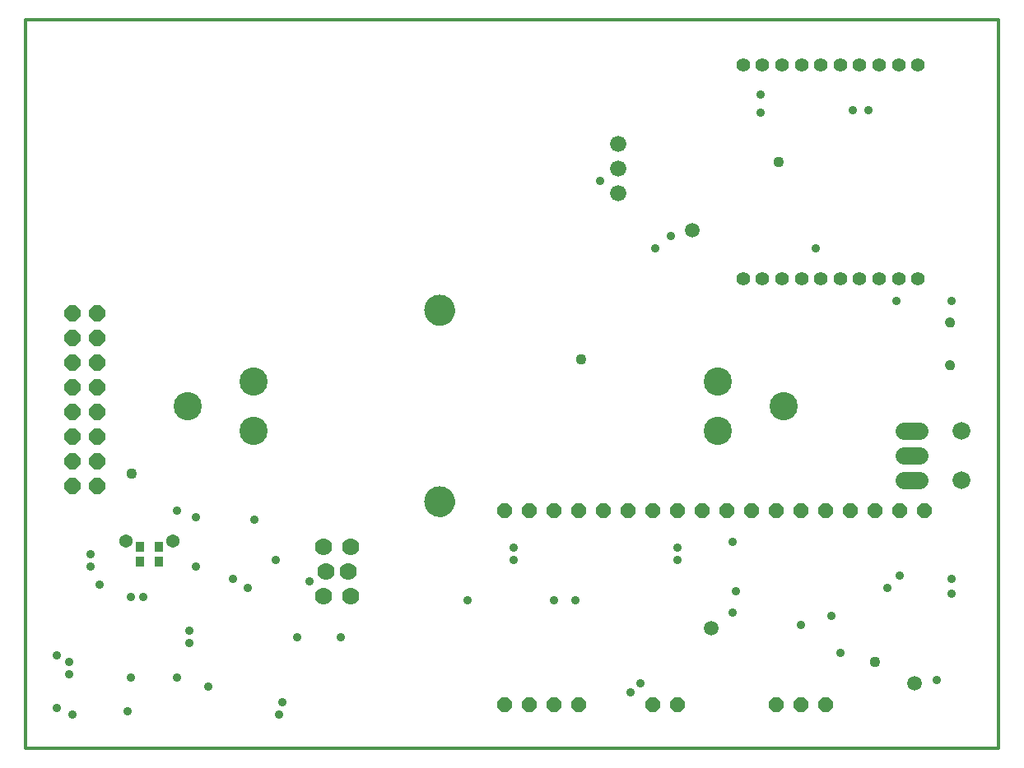
<source format=gbs>
G75*
G70*
%OFA0B0*%
%FSLAX24Y24*%
%IPPOS*%
%LPD*%
%AMOC8*
5,1,8,0,0,1.08239X$1,22.5*
%
%ADD10C,0.0120*%
%ADD11C,0.0540*%
%ADD12C,0.0000*%
%ADD13C,0.0414*%
%ADD14C,0.0700*%
%ADD15C,0.0560*%
%ADD16C,0.0660*%
%ADD17C,0.1140*%
%ADD18C,0.1241*%
%ADD19C,0.0710*%
%ADD20C,0.0720*%
%ADD21OC8,0.0651*%
%ADD22OC8,0.0591*%
%ADD23R,0.0375X0.0414*%
%ADD24C,0.0350*%
%ADD25C,0.0591*%
%ADD26C,0.0436*%
D10*
X002176Y005651D02*
X002176Y035179D01*
X041546Y035179D01*
X041546Y005651D01*
X002176Y005651D01*
D11*
X006229Y014051D03*
X008129Y014051D03*
D12*
X018335Y015651D02*
X018337Y015699D01*
X018343Y015747D01*
X018353Y015794D01*
X018366Y015840D01*
X018384Y015885D01*
X018404Y015929D01*
X018429Y015971D01*
X018457Y016010D01*
X018487Y016047D01*
X018521Y016081D01*
X018558Y016113D01*
X018596Y016142D01*
X018637Y016167D01*
X018680Y016189D01*
X018725Y016207D01*
X018771Y016221D01*
X018818Y016232D01*
X018866Y016239D01*
X018914Y016242D01*
X018962Y016241D01*
X019010Y016236D01*
X019058Y016227D01*
X019104Y016215D01*
X019149Y016198D01*
X019193Y016178D01*
X019235Y016155D01*
X019275Y016128D01*
X019313Y016098D01*
X019348Y016065D01*
X019380Y016029D01*
X019410Y015991D01*
X019436Y015950D01*
X019458Y015907D01*
X019478Y015863D01*
X019493Y015818D01*
X019505Y015771D01*
X019513Y015723D01*
X019517Y015675D01*
X019517Y015627D01*
X019513Y015579D01*
X019505Y015531D01*
X019493Y015484D01*
X019478Y015439D01*
X019458Y015395D01*
X019436Y015352D01*
X019410Y015311D01*
X019380Y015273D01*
X019348Y015237D01*
X019313Y015204D01*
X019275Y015174D01*
X019235Y015147D01*
X019193Y015124D01*
X019149Y015104D01*
X019104Y015087D01*
X019058Y015075D01*
X019010Y015066D01*
X018962Y015061D01*
X018914Y015060D01*
X018866Y015063D01*
X018818Y015070D01*
X018771Y015081D01*
X018725Y015095D01*
X018680Y015113D01*
X018637Y015135D01*
X018596Y015160D01*
X018558Y015189D01*
X018521Y015221D01*
X018487Y015255D01*
X018457Y015292D01*
X018429Y015331D01*
X018404Y015373D01*
X018384Y015417D01*
X018366Y015462D01*
X018353Y015508D01*
X018343Y015555D01*
X018337Y015603D01*
X018335Y015651D01*
X018335Y023401D02*
X018337Y023449D01*
X018343Y023497D01*
X018353Y023544D01*
X018366Y023590D01*
X018384Y023635D01*
X018404Y023679D01*
X018429Y023721D01*
X018457Y023760D01*
X018487Y023797D01*
X018521Y023831D01*
X018558Y023863D01*
X018596Y023892D01*
X018637Y023917D01*
X018680Y023939D01*
X018725Y023957D01*
X018771Y023971D01*
X018818Y023982D01*
X018866Y023989D01*
X018914Y023992D01*
X018962Y023991D01*
X019010Y023986D01*
X019058Y023977D01*
X019104Y023965D01*
X019149Y023948D01*
X019193Y023928D01*
X019235Y023905D01*
X019275Y023878D01*
X019313Y023848D01*
X019348Y023815D01*
X019380Y023779D01*
X019410Y023741D01*
X019436Y023700D01*
X019458Y023657D01*
X019478Y023613D01*
X019493Y023568D01*
X019505Y023521D01*
X019513Y023473D01*
X019517Y023425D01*
X019517Y023377D01*
X019513Y023329D01*
X019505Y023281D01*
X019493Y023234D01*
X019478Y023189D01*
X019458Y023145D01*
X019436Y023102D01*
X019410Y023061D01*
X019380Y023023D01*
X019348Y022987D01*
X019313Y022954D01*
X019275Y022924D01*
X019235Y022897D01*
X019193Y022874D01*
X019149Y022854D01*
X019104Y022837D01*
X019058Y022825D01*
X019010Y022816D01*
X018962Y022811D01*
X018914Y022810D01*
X018866Y022813D01*
X018818Y022820D01*
X018771Y022831D01*
X018725Y022845D01*
X018680Y022863D01*
X018637Y022885D01*
X018596Y022910D01*
X018558Y022939D01*
X018521Y022971D01*
X018487Y023005D01*
X018457Y023042D01*
X018429Y023081D01*
X018404Y023123D01*
X018384Y023167D01*
X018366Y023212D01*
X018353Y023258D01*
X018343Y023305D01*
X018337Y023353D01*
X018335Y023401D01*
X039414Y022917D02*
X039416Y022943D01*
X039422Y022969D01*
X039432Y022994D01*
X039445Y023017D01*
X039461Y023037D01*
X039481Y023055D01*
X039503Y023070D01*
X039526Y023082D01*
X039552Y023090D01*
X039578Y023094D01*
X039604Y023094D01*
X039630Y023090D01*
X039656Y023082D01*
X039680Y023070D01*
X039701Y023055D01*
X039721Y023037D01*
X039737Y023017D01*
X039750Y022994D01*
X039760Y022969D01*
X039766Y022943D01*
X039768Y022917D01*
X039766Y022891D01*
X039760Y022865D01*
X039750Y022840D01*
X039737Y022817D01*
X039721Y022797D01*
X039701Y022779D01*
X039679Y022764D01*
X039656Y022752D01*
X039630Y022744D01*
X039604Y022740D01*
X039578Y022740D01*
X039552Y022744D01*
X039526Y022752D01*
X039502Y022764D01*
X039481Y022779D01*
X039461Y022797D01*
X039445Y022817D01*
X039432Y022840D01*
X039422Y022865D01*
X039416Y022891D01*
X039414Y022917D01*
X039414Y021185D02*
X039416Y021211D01*
X039422Y021237D01*
X039432Y021262D01*
X039445Y021285D01*
X039461Y021305D01*
X039481Y021323D01*
X039503Y021338D01*
X039526Y021350D01*
X039552Y021358D01*
X039578Y021362D01*
X039604Y021362D01*
X039630Y021358D01*
X039656Y021350D01*
X039680Y021338D01*
X039701Y021323D01*
X039721Y021305D01*
X039737Y021285D01*
X039750Y021262D01*
X039760Y021237D01*
X039766Y021211D01*
X039768Y021185D01*
X039766Y021159D01*
X039760Y021133D01*
X039750Y021108D01*
X039737Y021085D01*
X039721Y021065D01*
X039701Y021047D01*
X039679Y021032D01*
X039656Y021020D01*
X039630Y021012D01*
X039604Y021008D01*
X039578Y021008D01*
X039552Y021012D01*
X039526Y021020D01*
X039502Y021032D01*
X039481Y021047D01*
X039461Y021065D01*
X039445Y021085D01*
X039432Y021108D01*
X039422Y021133D01*
X039416Y021159D01*
X039414Y021185D01*
D13*
X039591Y021185D03*
X039591Y022917D03*
D14*
X015329Y013826D03*
X015229Y012826D03*
X014329Y012826D03*
X014229Y011826D03*
X015329Y011826D03*
X014229Y013826D03*
D15*
X031219Y024689D03*
X032007Y024689D03*
X032794Y024689D03*
X033582Y024689D03*
X034369Y024689D03*
X035156Y024689D03*
X035944Y024689D03*
X036731Y024689D03*
X037519Y024689D03*
X038306Y024689D03*
X038306Y033350D03*
X037519Y033350D03*
X036731Y033350D03*
X035944Y033350D03*
X035156Y033350D03*
X034369Y033350D03*
X033582Y033350D03*
X032794Y033350D03*
X032007Y033350D03*
X031219Y033350D03*
D16*
X026176Y030151D03*
X026176Y029151D03*
X026176Y028151D03*
D17*
X030203Y020530D03*
X030203Y018530D03*
X032859Y019530D03*
X011400Y020522D03*
X008743Y019522D03*
X011400Y018522D03*
D18*
X018926Y015651D03*
X018926Y023401D03*
D19*
X037726Y018526D02*
X038376Y018526D01*
X038376Y017526D02*
X037726Y017526D01*
X037726Y016526D02*
X038376Y016526D01*
D20*
X040051Y016526D03*
X040051Y018526D03*
D21*
X005051Y018276D03*
X004051Y018276D03*
X004051Y017276D03*
X004051Y016276D03*
X005051Y016276D03*
X005051Y017276D03*
X005051Y019276D03*
X004051Y019276D03*
X004051Y020276D03*
X005051Y020276D03*
X005051Y021276D03*
X004051Y021276D03*
X004051Y022276D03*
X005051Y022276D03*
X005051Y023276D03*
X004051Y023276D03*
D22*
X021551Y015276D03*
X022551Y015276D03*
X023551Y015276D03*
X024551Y015276D03*
X025551Y015276D03*
X026551Y015276D03*
X027551Y015276D03*
X028551Y015276D03*
X029551Y015276D03*
X030551Y015276D03*
X031551Y015276D03*
X032551Y015276D03*
X033551Y015276D03*
X034551Y015276D03*
X035551Y015276D03*
X036551Y015276D03*
X037551Y015276D03*
X038551Y015276D03*
X034551Y007401D03*
X033551Y007401D03*
X032551Y007401D03*
X028551Y007401D03*
X027551Y007401D03*
X024551Y007401D03*
X023551Y007401D03*
X022551Y007401D03*
X021551Y007401D03*
D23*
X007551Y013226D03*
X007551Y013826D03*
X006801Y013826D03*
X006801Y013226D03*
D24*
X005176Y012276D03*
X004801Y013026D03*
X004801Y013526D03*
X006426Y011776D03*
X006926Y011776D03*
X008801Y010401D03*
X008801Y009901D03*
X008301Y008526D03*
X009551Y008151D03*
X012551Y007526D03*
X012426Y007026D03*
X013176Y010151D03*
X014926Y010151D03*
X013676Y012401D03*
X012301Y013276D03*
X011176Y012151D03*
X010551Y012526D03*
X009051Y013026D03*
X009051Y015026D03*
X008301Y015276D03*
X011426Y014901D03*
X003926Y009151D03*
X003926Y008651D03*
X003426Y009401D03*
X003426Y007276D03*
X004051Y007026D03*
X006301Y007151D03*
X006426Y008526D03*
X020051Y011651D03*
X021926Y013276D03*
X021926Y013776D03*
X023551Y011651D03*
X024426Y011651D03*
X027051Y008276D03*
X026676Y007901D03*
X030801Y011151D03*
X030926Y012026D03*
X030801Y014026D03*
X028551Y013776D03*
X028551Y013276D03*
X033551Y010651D03*
X034801Y011026D03*
X035176Y009526D03*
X037051Y012151D03*
X037551Y012651D03*
X039676Y012526D03*
X039676Y011901D03*
X039051Y008401D03*
X039676Y023776D03*
X037426Y023776D03*
X034176Y025901D03*
X028301Y026401D03*
X027676Y025901D03*
X025426Y028651D03*
X031926Y031401D03*
X031926Y032151D03*
X035676Y031526D03*
X036301Y031526D03*
D25*
X029176Y026651D03*
X029926Y010526D03*
X038176Y008276D03*
D26*
X036551Y009151D03*
X024676Y021401D03*
X032676Y029401D03*
X006476Y016769D03*
M02*

</source>
